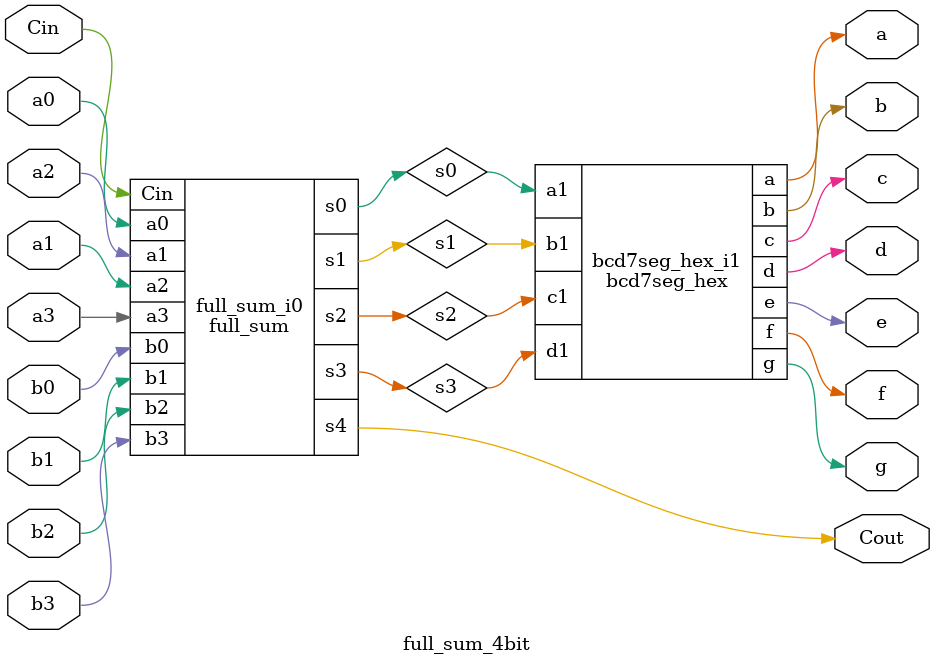
<source format=v>
/*
 * Generated by Digital. Don't modify this file!
 * Any changes will be lost if this file is regenerated.
 */
/*
 * Generated by Digital. Don't modify this file!
 * Any changes will be lost if this file is regenerated.
 */

module sum (
  input B,
  input A,
  input Cin,
  output Cout,
  output S
);
  assign S = ((B ^ A) ^ Cin);
  assign Cout = ((A & B) | ((B | A) & Cin));
endmodule


module full_sum (
  input a0,
  input a2,
  input a1,
  input a3,
  input b0,
  input b1,
  input b2,
  input b3,
  input Cin,
  output s0,
  output s1,
  output s2,
  output s3,
  output s4
);
  wire s5;
  wire s6;
  wire s7;
  // sum
  sum sum_i0 (
    .B( b0 ),
    .A( a0 ),
    .Cin( Cin ),
    .Cout( s5 ),
    .S( s0 )
  );
  // sum
  sum sum_i1 (
    .B( b1 ),
    .A( a1 ),
    .Cin( s5 ),
    .Cout( s6 ),
    .S( s1 )
  );
  // sum
  sum sum_i2 (
    .B( b2 ),
    .A( a2 ),
    .Cin( s6 ),
    .Cout( s7 ),
    .S( s2 )
  );
  // sum
  sum sum_i3 (
    .B( b3 ),
    .A( a3 ),
    .Cin( s7 ),
    .Cout( s4 ),
    .S( s3 )
  );
endmodule
/*
 * Generated by Digital. Don't modify this file!
 * Any changes will be lost if this file is regenerated.
 */

module bcd7seg_hex (
  input a1,
  input b1,
  input c1,
  input d1,
  output a,
  output b,
  output c,
  output d,
  output e,
  output f,
  output g
);
  wire s0;
  wire s1;
  wire s2;
  wire s3;
  assign s0 = ~ a1;
  assign s1 = ~ b1;
  assign s2 = ~ c1;
  assign s3 = ~ d1;
  assign a = ((s0 & s1 & s2 & d1) | (a1 & s1 & c1 & d1) | (a1 & b1 & s2) | (b1 & s2 & s3));
  assign b = ((s0 & b1 & s2 & d1) | (a1 & c1 & d1) | (a1 & b1 & s3) | (b1 & c1 & s3));
  assign c = ((s0 & s1 & c1 & s3) | (a1 & b1 & s3) | (a1 & b1 & c1));
  assign d = ((s0 & s1 & s2 & d1) | (s0 & b1 & s2 & s3) | (a1 & s1 & c1 & s3) | (b1 & c1 & d1));
  assign e = ((s0 & d1) | (s0 & b1 & s2) | (s1 & s2 & d1));
  assign f = ((s0 & s1 & d1) | (s0 & s1 & c1) | (s0 & c1 & d1) | (a1 & b1 & s2));
  assign g = ((s0 & s1 & s2) | (s0 & b1 & c1 & d1));
endmodule


module full_sum_4bit (
  input a0,
  input a2,
  input a1,
  input a3,
  input b0,
  input b1,
  input b2,
  input b3,
  input Cin,
  output Cout,
  output a,
  output b,
  output c,
  output d,
  output e,
  output f,
  output g
);
  wire s0;
  wire s1;
  wire s2;
  wire s3;
  full_sum full_sum_i0 (
    .a0( a0 ),
    .a2( a1 ),
    .a1( a2 ),
    .a3( a3 ),
    .b0( b0 ),
    .b1( b1 ),
    .b2( b2 ),
    .b3( b3 ),
    .Cin( Cin ),
    .s0( s0 ),
    .s1( s1 ),
    .s2( s2 ),
    .s3( s3 ),
    .s4( Cout )
  );
  // bcd7seg_hex
  bcd7seg_hex bcd7seg_hex_i1 (
    .a1( s0 ),
    .b1( s1 ),
    .c1( s2 ),
    .d1( s3 ),
    .a( a ),
    .b( b ),
    .c( c ),
    .d( d ),
    .e( e ),
    .f( f ),
    .g( g )
  );
endmodule

</source>
